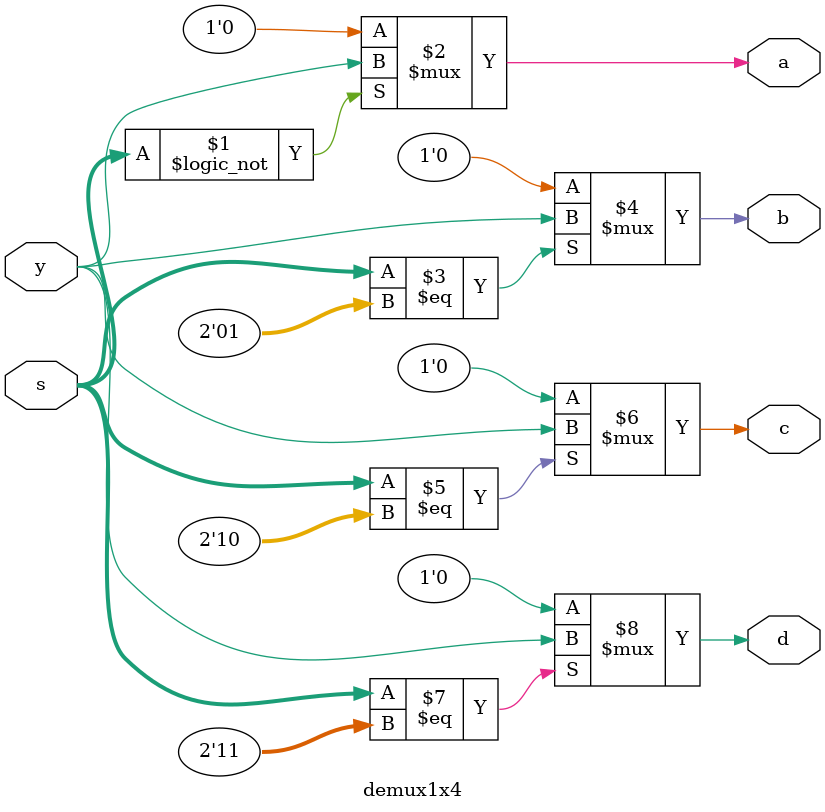
<source format=v>
`timescale 1ns / 1ps
module demux1x4(
    input y,
    input [1:0] s,
    output a,
    output b,
    output c,
    output d
    );
	 
	 assign a=(s==2'b00)?y:1'b0;
	 assign b=(s==2'b01)?y:1'b0;
	 assign c=(s==2'b10)?y:1'b0;
	 assign d=(s==2'b11)?y:1'b0;
	 


endmodule

</source>
